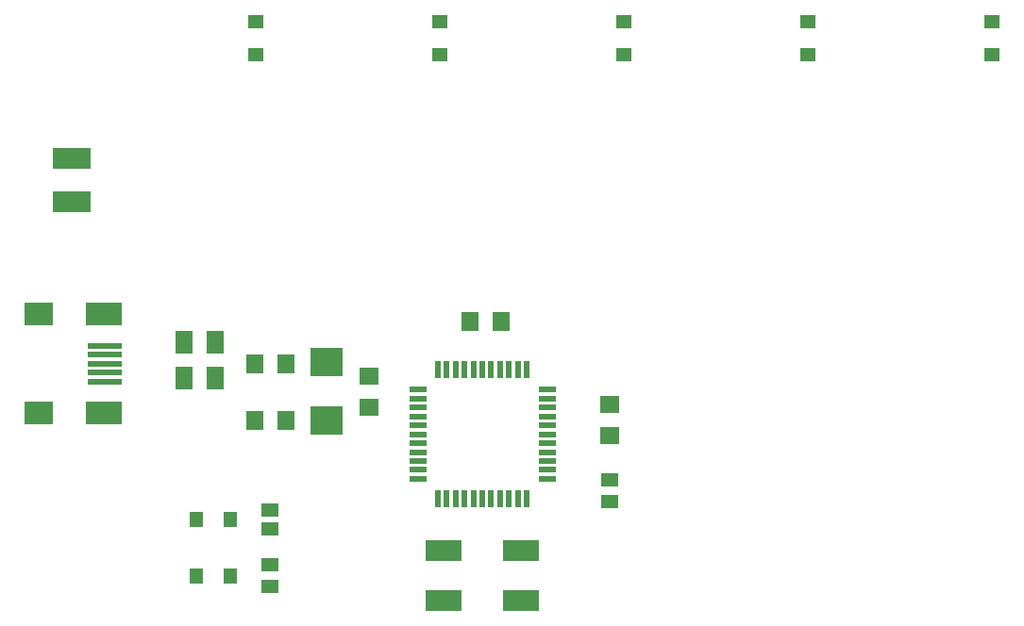
<source format=gtp>
G75*
%MOIN*%
%OFA0B0*%
%FSLAX24Y24*%
%IPPOS*%
%LPD*%
%AMOC8*
5,1,8,0,0,1.08239X$1,22.5*
%
%ADD10R,0.0551X0.0472*%
%ADD11R,0.0472X0.0551*%
%ADD12R,0.0591X0.0512*%
%ADD13R,0.1339X0.0748*%
%ADD14R,0.0709X0.0630*%
%ADD15R,0.0197X0.0591*%
%ADD16R,0.0591X0.0197*%
%ADD17R,0.1250X0.0750*%
%ADD18R,0.0630X0.0709*%
%ADD19R,0.0710X0.0630*%
%ADD20R,0.0630X0.0512*%
%ADD21R,0.1181X0.0984*%
%ADD22R,0.0984X0.0787*%
%ADD23R,0.1299X0.0787*%
%ADD24R,0.1220X0.0197*%
%ADD25R,0.0630X0.0787*%
D10*
X012100Y023609D03*
X012100Y024791D03*
X018600Y024791D03*
X018600Y023609D03*
X025100Y023609D03*
X025100Y024791D03*
X031600Y024791D03*
X031600Y023609D03*
X038100Y023609D03*
X038100Y024791D03*
D11*
X010009Y005200D03*
X011191Y005200D03*
X011191Y007200D03*
X010009Y007200D03*
D12*
X012600Y006865D03*
X012600Y007535D03*
X012600Y005574D03*
X012600Y004826D03*
D13*
X005600Y018432D03*
X005600Y019968D03*
D14*
X024600Y011251D03*
X024600Y010149D03*
D15*
X021675Y007917D03*
X021360Y007917D03*
X021045Y007917D03*
X020730Y007917D03*
X020415Y007917D03*
X020100Y007917D03*
X019785Y007917D03*
X019470Y007917D03*
X019155Y007917D03*
X018840Y007917D03*
X018525Y007917D03*
X018525Y012483D03*
X018840Y012483D03*
X019155Y012483D03*
X019470Y012483D03*
X019785Y012483D03*
X020100Y012483D03*
X020415Y012483D03*
X020730Y012483D03*
X021045Y012483D03*
X021360Y012483D03*
X021675Y012483D03*
D16*
X022383Y011775D03*
X022383Y011460D03*
X022383Y011145D03*
X022383Y010830D03*
X022383Y010515D03*
X022383Y010200D03*
X022383Y009885D03*
X022383Y009570D03*
X022383Y009255D03*
X022383Y008940D03*
X022383Y008625D03*
X017817Y008625D03*
X017817Y008940D03*
X017817Y009255D03*
X017817Y009570D03*
X017817Y009885D03*
X017817Y010200D03*
X017817Y010515D03*
X017817Y010830D03*
X017817Y011145D03*
X017817Y011460D03*
X017817Y011775D03*
D17*
X018725Y006075D03*
X018725Y004325D03*
X021475Y004325D03*
X021475Y006075D03*
D18*
X013151Y010700D03*
X012049Y010700D03*
X012049Y012700D03*
X013151Y012700D03*
X019674Y014200D03*
X020776Y014200D03*
D19*
X016100Y012260D03*
X016100Y011140D03*
D20*
X024600Y008574D03*
X024600Y007826D03*
D21*
X014600Y010690D03*
X014600Y012749D03*
D22*
X004419Y014452D03*
X004419Y010948D03*
D23*
X006742Y010948D03*
X006742Y014452D03*
D24*
X006781Y013330D03*
X006781Y013015D03*
X006781Y012700D03*
X006781Y012385D03*
X006781Y012070D03*
D25*
X009549Y012200D03*
X010651Y012200D03*
X010651Y013450D03*
X009549Y013450D03*
M02*

</source>
